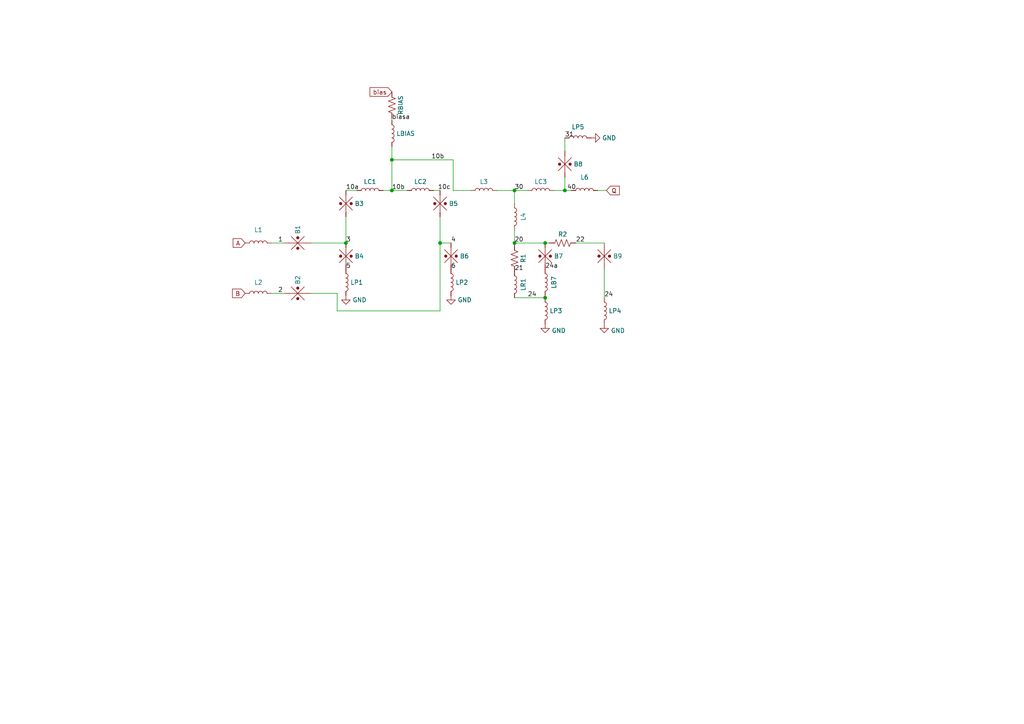
<source format=kicad_sch>
(kicad_sch (version 20211123) (generator eeschema)
  (paper "A4")
  (title_block (title "DSFQ OR") (date "2022-03-29"))
  (lib_symbols
    (symbol "Superconductors:Inductor" (pin_numbers hide) (pin_names (offset 1.016) hide)
      (property "Reference" "L" (at 0 2.032 0))
      (symbol "Inductor_0_1"
        (arc (start -1.27 0) (mid -1.905 0.635) (end -2.54 0))
        (arc (start 0 0) (mid -0.635 0.635) (end -1.27 0))
        (arc (start 1.27 0) (mid 0.635 0.635) (end 0 0))
        (arc (start 2.54 0) (mid 1.905 0.635) (end 1.27 0))
      )
      (symbol "Inductor_1_1"
        (pin passive line (at -3.81 0 0) (length 1.27) (name "1") (number "1"))
        (pin passive line (at 3.81 0 180) (length 1.27) (name "2") (number "2"))
      )
    )
    (symbol "Superconductors:Resistor" (pin_numbers hide) (pin_names (offset 0))
      (property "Reference" "R" (at 2.54 0 90))
      (symbol "Resistor_0_1"
        (polyline (pts (xy 0 -2.286) (xy 0 -2.54)))
        (polyline (pts (xy 0 2.286) (xy 0 2.54)))
        (polyline (pts (xy 0 -0.762) (xy 1.016 -1.143) (xy 0 -1.524) (xy -1.016 -1.905) (xy 0 -2.286)))
        (polyline (pts (xy 0 0.762) (xy 1.016 0.381) (xy 0 0) (xy -1.016 -0.381) (xy 0 -0.762)))
        (polyline (pts (xy 0 2.286) (xy 1.016 1.905) (xy 0 1.524) (xy -1.016 1.143) (xy 0 0.762)))
      )
      (symbol "Resistor_1_1"
        (pin passive line (at 0 3.81 270) (length 1.27) (name "~") (number "1"))
        (pin passive line (at 0 -3.81 90) (length 1.27) (name "~") (number "2"))
      )
    )
    (symbol "jjmit_1" (pin_numbers hide) (pin_names (offset 0))
      (property "Reference" "B" (at 3.175 0 90))
      (symbol "jjmit_1_0_1"
        (circle (center -1.524 0) (radius 0.3592) (fill (type outline)))
        (polyline (pts (xy -1.905 -1.905) (xy 1.905 1.905)))
        (polyline (pts (xy -1.905 1.905) (xy 1.905 -1.905)))
        (polyline (pts (xy 0 -2.54) (xy 0 2.54)))
        (circle (center 1.524 0) (radius 0.3592) (fill (type outline)))
      )
      (symbol "jjmit_1_1_1"
        (pin passive line (at 0 3.81 270) (length 1.27) (name "~") (number "1"))
        (pin passive line (at 0 -3.81 90) (length 1.27) (name "~") (number "2"))
      )
    )
    (symbol "power:GND" (power) (pin_names (offset 0))
      (property "Value" "GND" (at 0 -3.81 0))
      (symbol "GND_0_1"
        (polyline (pts (xy 0 0) (xy 0 -1.27) (xy 1.27 -1.27) (xy 0 -2.54) (xy -1.27 -1.27) (xy 0 -1.27)))
      )
      (symbol "GND_1_1"
        (pin power_in line (at 0 0 270) (length 0) hide (name "GND") (number "1"))
      )
    )
  )
  (junction (at 163.83 55.245))
  (junction (at 158.115 86.36))
  (junction (at 113.665 46.355))
  (junction (at 158.115 70.485))
  (junction (at 149.225 55.245))
  (junction (at 100.33 70.485))
  (junction (at 149.225 70.485))
  (junction (at 113.665 55.245))
  (junction (at 127.635 70.485))
  (wire (pts (xy 149.225 86.36) (xy 158.115 86.36)))
  (wire (pts (xy 97.79 85.09) (xy 97.79 90.17)))
  (wire (pts (xy 158.115 70.485) (xy 159.385 70.485)))
  (wire (pts (xy 165.735 55.245) (xy 163.83 55.245)))
  (wire (pts (xy 100.33 55.245) (xy 103.505 55.245)))
  (wire (pts (xy 149.225 71.12) (xy 149.225 70.485)))
  (wire (pts (xy 149.225 55.245) (xy 153.035 55.245)))
  (wire (pts (xy 113.665 55.245) (xy 118.11 55.245)))
  (wire (pts (xy 167.005 70.485) (xy 175.26 70.485)))
  (wire (pts (xy 131.445 55.245) (xy 136.525 55.245)))
  (wire (pts (xy 149.225 59.055) (xy 149.225 55.245)))
  (wire (pts (xy 175.26 78.105) (xy 175.26 86.36)))
  (wire (pts (xy 149.225 66.675) (xy 149.225 70.485)))
  (wire (pts (xy 131.445 46.355) (xy 113.665 46.355)))
  (wire (pts (xy 113.665 42.545) (xy 113.665 46.355)))
  (wire (pts (xy 97.79 90.17) (xy 127.635 90.17)))
  (wire (pts (xy 113.665 46.355) (xy 113.665 55.245)))
  (wire (pts (xy 158.115 85.725) (xy 158.115 86.36)))
  (wire (pts (xy 127.635 70.485) (xy 130.81 70.485)))
  (wire (pts (xy 173.355 55.245) (xy 175.895 55.245)))
  (wire (pts (xy 90.17 70.485) (xy 100.33 70.485)))
  (wire (pts (xy 163.83 55.245) (xy 163.83 51.435)))
  (wire (pts (xy 111.125 55.245) (xy 113.665 55.245)))
  (wire (pts (xy 127.635 62.865) (xy 127.635 70.485)))
  (wire (pts (xy 125.73 55.245) (xy 127.635 55.245)))
  (wire (pts (xy 127.635 90.17) (xy 127.635 70.485)))
  (wire (pts (xy 160.655 55.245) (xy 163.83 55.245)))
  (wire (pts (xy 131.445 55.245) (xy 131.445 46.355)))
  (wire (pts (xy 113.665 34.29) (xy 113.665 34.925)))
  (wire (pts (xy 163.83 43.815) (xy 163.83 40.005)))
  (wire (pts (xy 90.17 85.09) (xy 97.79 85.09)))
  (wire (pts (xy 144.145 55.245) (xy 149.225 55.245)))
  (wire (pts (xy 78.74 70.485) (xy 82.55 70.485)))
  (wire (pts (xy 149.225 70.485) (xy 158.115 70.485)))
  (wire (pts (xy 78.74 85.09) (xy 82.55 85.09)))
  (wire (pts (xy 100.33 62.865) (xy 100.33 70.485)))
  (label "10c" (at 127 55.245 0))
  (label "3" (at 100.33 70.485 0))
  (label "biasa" (at 113.665 34.925 0))
  (label "22" (at 167.005 70.485 0))
  (label "40" (at 164.465 55.245 0))
  (label "10b" (at 113.665 55.245 0))
  (label "24" (at 153.035 86.36 0))
  (label "4" (at 130.81 70.485 0))
  (label "1" (at 80.645 70.485 0))
  (label "20" (at 149.225 70.485 0))
  (label "10a" (at 100.33 55.245 0))
  (label "10b" (at 125.095 46.355 0))
  (label "5" (at 100.33 78.105 0))
  (label "6" (at 130.81 78.105 0))
  (label "31" (at 163.83 40.005 0))
  (label "30" (at 149.225 55.245 0))
  (label "24a" (at 158.115 78.105 0))
  (label "24" (at 175.26 86.36 0))
  (label "2" (at 80.645 85.09 0))
  (label "21" (at 149.225 78.74 0))
  (global_label "B" (shape input) (at 71.12 85.09 180) (property "Intersheet References" "${INTERSHEET_REFS}" (effects hide)))
  (global_label "A" (shape input) (at 71.12 70.485 180) (property "Intersheet References" "${INTERSHEET_REFS}" (effects hide)))
  (global_label "Q" (shape input) (at 175.895 55.245 0) (property "Intersheet References" "${INTERSHEET_REFS}" (effects hide)))
  (global_label "bias" (shape input) (at 113.665 26.67 180) (property "Intersheet References" "${INTERSHEET_REFS}" (effects hide)))
  (symbol (lib_id "Superconductors:Inductor") (at 74.93 70.485 0) (unit 1)
    (property "Reference" "L1" (at 74.93 66.675 0))
    (property "Value" "Inductor" (effects hide))
  )
  (symbol (lib_name "jjmit_1") (lib_id "Superconductors:jjmit") (at 127.635 59.055 180) (unit 1)
    (property "Reference" "B5" (at 130.175 59.055 0) (effects (justify right)))
    (property "Value" "jjmit" (effects hide))
  )
  (symbol (lib_id "Superconductors:Inductor") (at 156.845 55.245 0) (unit 1)
    (property "Reference" "LC3" (at 156.845 52.705 0))
    (property "Value" "Inductor" (effects hide))
  )
  (symbol (lib_name "jjmit_1") (lib_id "Superconductors:jjmit") (at 175.26 74.295 180) (unit 1)
    (property "Reference" "B9" (at 177.8 74.295 0) (effects (justify right)))
    (property "Value" "jjmit" (effects hide))
  )
  (symbol (lib_id "Superconductors:Inductor") (at 158.115 90.17 270) (unit 1)
    (property "Reference" "LP3" (at 159.385 90.1699 90) (effects (justify left)))
    (property "Value" "Inductor" (effects hide))
  )
  (symbol (lib_id "Superconductors:Inductor") (at 149.225 62.865 270) (unit 1)
    (property "Reference" "L4" (at 151.765 62.865 0))
    (property "Value" "Inductor" (effects hide))
  )
  (symbol (lib_name "jjmit_1") (lib_id "Superconductors:jjmit") (at 130.81 74.295 180) (unit 1)
    (property "Reference" "B6" (at 133.35 74.295 0) (effects (justify right)))
    (property "Value" "jjmit" (effects hide))
  )
  (symbol (lib_id "power:GND") (at 171.45 40.005 90) (unit 1)
    (property "Reference" "#PWR05" (effects hide))
    (property "Value" "GND" (at 174.625 40.0049 90) (effects (justify right)))
  )
  (symbol (lib_id "Superconductors:Resistor") (at 149.225 74.93 180) (unit 1)
    (property "Reference" "R1" (at 151.765 74.93 90))
    (property "Value" "Resistor" (effects hide))
  )
  (symbol (lib_name "jjmit_1") (lib_id "Superconductors:jjmit") (at 100.33 59.055 180) (unit 1)
    (property "Reference" "B3" (at 102.87 59.055 0) (effects (justify right)))
    (property "Value" "jjmit" (effects hide))
  )
  (symbol (lib_name "jjmit_1") (lib_id "Superconductors:jjmit") (at 86.36 70.485 270) (unit 1)
    (property "Reference" "B1" (at 86.36 67.945 0) (effects (justify right)))
    (property "Value" "jjmit" (effects hide))
  )
  (symbol (lib_name "jjmit_1") (lib_id "Superconductors:jjmit") (at 86.36 85.09 270) (unit 1)
    (property "Reference" "B2" (at 86.36 82.55 0) (effects (justify right)))
    (property "Value" "jjmit" (effects hide))
  )
  (symbol (lib_id "Superconductors:Inductor") (at 74.93 85.09 0) (unit 1)
    (property "Reference" "L2" (at 74.93 81.915 0))
    (property "Value" "Inductor" (effects hide))
  )
  (symbol (lib_id "Superconductors:Inductor") (at 158.115 81.915 270) (unit 1)
    (property "Reference" "LB7" (at 160.655 81.915 0))
    (property "Value" "Inductor" (effects hide))
  )
  (symbol (lib_id "Superconductors:Resistor") (at 163.195 70.485 270) (unit 1)
    (property "Reference" "R2" (at 163.195 67.945 90))
    (property "Value" "Resistor" (effects hide))
  )
  (symbol (lib_id "Superconductors:Inductor") (at 140.335 55.245 0) (unit 1)
    (property "Reference" "L3" (at 140.335 52.705 0))
    (property "Value" "Inductor" (effects hide))
  )
  (symbol (lib_id "power:GND") (at 100.33 85.725 0) (unit 1)
    (property "Reference" "#PWR01" (effects hide))
    (property "Value" "GND" (at 102.235 86.9949 0) (effects (justify left)))
  )
  (symbol (lib_id "Superconductors:Inductor") (at 169.545 55.245 0) (unit 1)
    (property "Reference" "L6" (at 169.545 51.435 0))
    (property "Value" "Inductor" (effects hide))
  )
  (symbol (lib_id "Superconductors:Inductor") (at 175.26 90.17 270) (unit 1)
    (property "Reference" "LP4" (at 176.53 90.1699 90) (effects (justify left)))
    (property "Value" "Inductor" (effects hide))
  )
  (symbol (lib_id "Superconductors:Inductor") (at 107.315 55.245 0) (unit 1)
    (property "Reference" "LC1" (at 107.315 52.705 0))
    (property "Value" "Inductor" (effects hide))
  )
  (symbol (lib_id "Superconductors:Inductor") (at 167.64 40.005 0) (unit 1)
    (property "Reference" "LP5" (at 167.64 36.83 0))
    (property "Value" "Inductor" (effects hide))
  )
  (symbol (lib_id "power:GND") (at 130.81 85.725 0) (unit 1)
    (property "Reference" "#PWR03" (effects hide))
    (property "Value" "GND" (at 132.715 86.9949 0) (effects (justify left)))
  )
  (symbol (lib_id "Superconductors:Inductor") (at 121.92 55.245 0) (unit 1)
    (property "Reference" "LC2" (at 121.92 52.705 0))
    (property "Value" "Inductor" (effects hide))
  )
  (symbol (lib_id "Superconductors:Inductor") (at 113.665 38.735 270) (unit 1)
    (property "Reference" "LBIAS" (at 114.935 38.7349 90) (effects (justify left)))
    (property "Value" "Inductor" (effects hide))
  )
  (symbol (lib_id "power:GND") (at 158.115 93.98 0) (unit 1)
    (property "Reference" "#PWR04" (effects hide))
    (property "Value" "GND" (at 160.02 95.885 0) (effects (justify left)))
  )
  (symbol (lib_id "Superconductors:Inductor") (at 100.33 81.915 270) (unit 1)
    (property "Reference" "LP1" (at 101.6 81.9149 90) (effects (justify left)))
    (property "Value" "Inductor" (effects hide))
  )
  (symbol (lib_id "Superconductors:Inductor") (at 130.81 81.915 270) (unit 1)
    (property "Reference" "LP2" (at 132.08 81.9149 90) (effects (justify left)))
    (property "Value" "Inductor" (effects hide))
  )
  (symbol (lib_id "Superconductors:Inductor") (at 149.225 82.55 270) (unit 1)
    (property "Reference" "LR1" (at 151.765 82.55 0))
    (property "Value" "Inductor" (effects hide))
  )
  (symbol (lib_name "jjmit_1") (lib_id "Superconductors:jjmit") (at 100.33 74.295 180) (unit 1)
    (property "Reference" "B4" (at 102.87 74.295 0) (effects (justify right)))
    (property "Value" "jjmit" (effects hide))
  )
  (symbol (lib_id "Superconductors:Resistor") (at 113.665 30.48 180) (unit 1)
    (property "Reference" "RBIAS" (at 116.205 30.48 90))
    (property "Value" "Resistor" (effects hide))
  )
  (symbol (lib_name "jjmit_1") (lib_id "Superconductors:jjmit") (at 163.83 47.625 180) (unit 1)
    (property "Reference" "B8" (at 166.37 47.625 0) (effects (justify right)))
    (property "Value" "jjmit" (effects hide))
  )
  (symbol (lib_name "jjmit_1") (lib_id "Superconductors:jjmit") (at 158.115 74.295 180) (unit 1)
    (property "Reference" "B7" (at 160.655 74.295 0) (effects (justify right)))
    (property "Value" "jjmit" (effects hide))
  )
  (symbol (lib_id "power:GND") (at 175.26 93.98 0) (unit 1)
    (property "Reference" "#PWR0101" (effects hide))
    (property "Value" "GND" (at 177.165 95.885 0) (effects (justify left)))
  )
)
</source>
